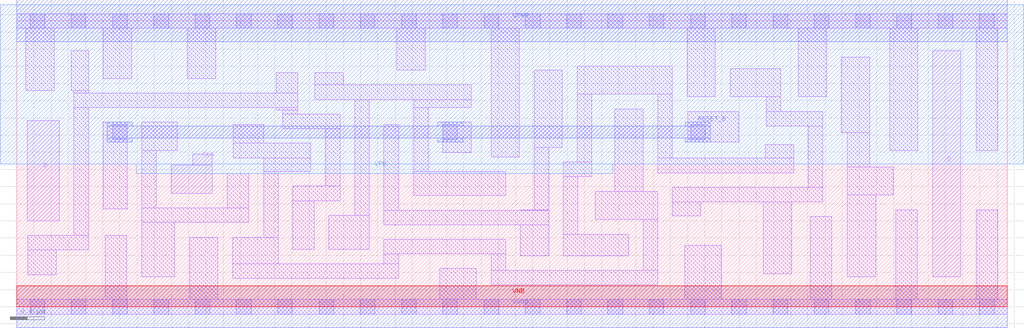
<source format=lef>
# Copyright 2020 The SkyWater PDK Authors
#
# Licensed under the Apache License, Version 2.0 (the "License");
# you may not use this file except in compliance with the License.
# You may obtain a copy of the License at
#
#     https://www.apache.org/licenses/LICENSE-2.0
#
# Unless required by applicable law or agreed to in writing, software
# distributed under the License is distributed on an "AS IS" BASIS,
# WITHOUT WARRANTIES OR CONDITIONS OF ANY KIND, either express or implied.
# See the License for the specific language governing permissions and
# limitations under the License.
#
# SPDX-License-Identifier: Apache-2.0

VERSION 5.7 ;
  NOWIREEXTENSIONATPIN ON ;
  DIVIDERCHAR "/" ;
  BUSBITCHARS "[]" ;
MACRO sky130_fd_sc_hs__dfrtp_2
  CLASS CORE ;
  FOREIGN sky130_fd_sc_hs__dfrtp_2 ;
  ORIGIN  0.000000  0.000000 ;
  SIZE  11.52000 BY  3.330000 ;
  SYMMETRY X Y R90 ;
  SITE unit ;
  PIN D
    ANTENNAGATEAREA  0.126000 ;
    DIRECTION INPUT ;
    USE SIGNAL ;
    PORT
      LAYER li1 ;
        RECT 0.125000 1.000000 0.495000 2.170000 ;
    END
  END D
  PIN Q
    ANTENNADIFFAREA  0.543200 ;
    DIRECTION OUTPUT ;
    USE SIGNAL ;
    PORT
      LAYER li1 ;
        RECT 10.650000 0.350000 10.980000 2.980000 ;
    END
  END Q
  PIN RESET_B
    ANTENNAGATEAREA  0.378000 ;
    DIRECTION INPUT ;
    USE SIGNAL ;
    PORT
      LAYER met1 ;
        RECT 1.055000 1.920000 1.345000 1.965000 ;
        RECT 1.055000 1.965000 8.065000 2.105000 ;
        RECT 1.055000 2.105000 1.345000 2.150000 ;
        RECT 4.895000 1.920000 5.185000 1.965000 ;
        RECT 4.895000 2.105000 5.185000 2.150000 ;
        RECT 7.775000 1.920000 8.065000 1.965000 ;
        RECT 7.775000 2.105000 8.065000 2.150000 ;
    END
  END RESET_B
  PIN CLK
    ANTENNAGATEAREA  0.279000 ;
    DIRECTION INPUT ;
    USE CLOCK ;
    PORT
      LAYER li1 ;
        RECT 1.795000 1.320000 2.275000 1.650000 ;
        RECT 2.045000 1.650000 2.275000 1.780000 ;
    END
  END CLK
  PIN VGND
    DIRECTION INOUT ;
    USE GROUND ;
    PORT
      LAYER met1 ;
        RECT 0.000000 -0.245000 11.520000 0.245000 ;
    END
  END VGND
  PIN VNB
    DIRECTION INOUT ;
    USE GROUND ;
    PORT
      LAYER pwell ;
        RECT 0.000000 0.000000 11.520000 0.245000 ;
    END
  END VNB
  PIN VPB
    DIRECTION INOUT ;
    USE POWER ;
    PORT
      LAYER nwell ;
        RECT -0.190000 1.660000 11.710000 3.520000 ;
        RECT  1.390000 1.555000  6.930000 1.660000 ;
    END
  END VPB
  PIN VPWR
    DIRECTION INOUT ;
    USE POWER ;
    PORT
      LAYER met1 ;
        RECT 0.000000 3.085000 11.520000 3.575000 ;
    END
  END VPWR
  OBS
    LAYER li1 ;
      RECT  0.000000 -0.085000 11.520000 0.085000 ;
      RECT  0.000000  3.245000 11.520000 3.415000 ;
      RECT  0.105000  2.520000  0.435000 3.245000 ;
      RECT  0.130000  0.370000  0.460000 0.660000 ;
      RECT  0.130000  0.660000  0.835000 0.830000 ;
      RECT  0.635000  2.520000  0.835000 2.980000 ;
      RECT  0.665000  0.830000  0.835000 2.320000 ;
      RECT  0.665000  2.320000  3.265000 2.490000 ;
      RECT  0.665000  2.490000  0.835000 2.520000 ;
      RECT  1.005000  1.140000  1.285000 2.150000 ;
      RECT  1.005000  2.660000  1.335000 3.245000 ;
      RECT  1.030000  0.085000  1.280000 0.830000 ;
      RECT  1.455000  0.350000  1.840000 0.980000 ;
      RECT  1.455000  0.980000  2.700000 1.150000 ;
      RECT  1.455000  1.150000  1.625000 1.820000 ;
      RECT  1.455000  1.820000  1.865000 2.150000 ;
      RECT  1.985000  2.660000  2.315000 3.245000 ;
      RECT  2.010000  0.085000  2.340000 0.810000 ;
      RECT  2.445000  1.150000  2.700000 1.550000 ;
      RECT  2.510000  0.330000  4.440000 0.500000 ;
      RECT  2.510000  0.500000  3.040000 0.810000 ;
      RECT  2.515000  1.735000  3.420000 1.905000 ;
      RECT  2.515000  1.905000  2.870000 2.120000 ;
      RECT  2.870000  0.810000  3.040000 1.575000 ;
      RECT  2.870000  1.575000  3.420000 1.735000 ;
      RECT  3.015000  2.290000  3.265000 2.320000 ;
      RECT  3.015000  2.490000  3.265000 2.725000 ;
      RECT  3.095000  2.075000  3.760000 2.245000 ;
      RECT  3.095000  2.245000  3.265000 2.290000 ;
      RECT  3.210000  0.670000  3.460000 1.235000 ;
      RECT  3.210000  1.235000  3.760000 1.405000 ;
      RECT  3.465000  2.415000  5.285000 2.585000 ;
      RECT  3.465000  2.585000  3.795000 2.725000 ;
      RECT  3.590000  1.405000  3.760000 2.075000 ;
      RECT  3.630000  0.670000  4.100000 1.065000 ;
      RECT  3.930000  1.065000  4.100000 2.415000 ;
      RECT  4.270000  0.500000  4.440000 0.615000 ;
      RECT  4.270000  0.615000  5.685000 0.785000 ;
      RECT  4.270000  0.955000  6.185000 1.125000 ;
      RECT  4.270000  1.125000  4.445000 2.125000 ;
      RECT  4.420000  2.755000  4.750000 3.245000 ;
      RECT  4.615000  1.295000  5.685000 1.575000 ;
      RECT  4.615000  1.575000  4.785000 2.320000 ;
      RECT  4.615000  2.320000  5.285000 2.415000 ;
      RECT  4.920000  0.085000  5.345000 0.445000 ;
      RECT  4.955000  1.795000  5.285000 2.150000 ;
      RECT  5.515000  0.255000  7.455000 0.425000 ;
      RECT  5.515000  0.425000  5.685000 0.615000 ;
      RECT  5.515000  1.745000  5.845000 3.245000 ;
      RECT  5.855000  0.595000  6.185000 0.955000 ;
      RECT  5.855000  1.125000  6.185000 1.130000 ;
      RECT  6.015000  1.130000  6.185000 1.855000 ;
      RECT  6.015000  1.855000  6.345000 2.755000 ;
      RECT  6.355000  0.595000  7.115000 0.845000 ;
      RECT  6.355000  0.845000  6.525000 1.515000 ;
      RECT  6.355000  1.515000  6.685000 1.685000 ;
      RECT  6.515000  1.685000  6.685000 2.475000 ;
      RECT  6.515000  2.475000  7.625000 2.805000 ;
      RECT  6.725000  1.015000  7.455000 1.345000 ;
      RECT  6.955000  1.345000  7.285000 2.305000 ;
      RECT  7.285000  0.425000  7.455000 1.015000 ;
      RECT  7.455000  1.560000  9.035000 1.730000 ;
      RECT  7.455000  1.730000  7.625000 2.475000 ;
      RECT  7.625000  1.060000  7.955000 1.220000 ;
      RECT  7.625000  1.220000  9.375000 1.390000 ;
      RECT  7.770000  0.085000  8.190000 0.715000 ;
      RECT  7.795000  2.445000  8.125000 3.245000 ;
      RECT  7.805000  1.920000  8.395000 2.275000 ;
      RECT  8.295000  2.445000  8.885000 2.775000 ;
      RECT  8.680000  0.385000  9.010000 1.220000 ;
      RECT  8.705000  1.730000  9.035000 1.890000 ;
      RECT  8.715000  2.105000  9.375000 2.275000 ;
      RECT  8.715000  2.275000  8.885000 2.445000 ;
      RECT  9.090000  2.445000  9.420000 3.245000 ;
      RECT  9.205000  1.390000  9.375000 2.105000 ;
      RECT  9.230000  0.085000  9.480000 1.050000 ;
      RECT  9.590000  2.030000  9.920000 2.905000 ;
      RECT  9.660000  0.350000  9.990000 1.300000 ;
      RECT  9.660000  1.300000 10.190000 1.630000 ;
      RECT  9.660000  1.630000  9.920000 2.030000 ;
      RECT 10.150000  1.820000 10.480000 3.245000 ;
      RECT 10.220000  0.085000 10.470000 1.130000 ;
      RECT 11.155000  1.820000 11.405000 3.245000 ;
      RECT 11.160000  0.085000 11.410000 1.130000 ;
    LAYER mcon ;
      RECT  0.155000 -0.085000  0.325000 0.085000 ;
      RECT  0.155000  3.245000  0.325000 3.415000 ;
      RECT  0.635000 -0.085000  0.805000 0.085000 ;
      RECT  0.635000  3.245000  0.805000 3.415000 ;
      RECT  1.115000 -0.085000  1.285000 0.085000 ;
      RECT  1.115000  1.950000  1.285000 2.120000 ;
      RECT  1.115000  3.245000  1.285000 3.415000 ;
      RECT  1.595000 -0.085000  1.765000 0.085000 ;
      RECT  1.595000  3.245000  1.765000 3.415000 ;
      RECT  2.075000 -0.085000  2.245000 0.085000 ;
      RECT  2.075000  3.245000  2.245000 3.415000 ;
      RECT  2.555000 -0.085000  2.725000 0.085000 ;
      RECT  2.555000  3.245000  2.725000 3.415000 ;
      RECT  3.035000 -0.085000  3.205000 0.085000 ;
      RECT  3.035000  3.245000  3.205000 3.415000 ;
      RECT  3.515000 -0.085000  3.685000 0.085000 ;
      RECT  3.515000  3.245000  3.685000 3.415000 ;
      RECT  3.995000 -0.085000  4.165000 0.085000 ;
      RECT  3.995000  3.245000  4.165000 3.415000 ;
      RECT  4.475000 -0.085000  4.645000 0.085000 ;
      RECT  4.475000  3.245000  4.645000 3.415000 ;
      RECT  4.955000 -0.085000  5.125000 0.085000 ;
      RECT  4.955000  1.950000  5.125000 2.120000 ;
      RECT  4.955000  3.245000  5.125000 3.415000 ;
      RECT  5.435000 -0.085000  5.605000 0.085000 ;
      RECT  5.435000  3.245000  5.605000 3.415000 ;
      RECT  5.915000 -0.085000  6.085000 0.085000 ;
      RECT  5.915000  3.245000  6.085000 3.415000 ;
      RECT  6.395000 -0.085000  6.565000 0.085000 ;
      RECT  6.395000  3.245000  6.565000 3.415000 ;
      RECT  6.875000 -0.085000  7.045000 0.085000 ;
      RECT  6.875000  3.245000  7.045000 3.415000 ;
      RECT  7.355000 -0.085000  7.525000 0.085000 ;
      RECT  7.355000  3.245000  7.525000 3.415000 ;
      RECT  7.835000 -0.085000  8.005000 0.085000 ;
      RECT  7.835000  1.950000  8.005000 2.120000 ;
      RECT  7.835000  3.245000  8.005000 3.415000 ;
      RECT  8.315000 -0.085000  8.485000 0.085000 ;
      RECT  8.315000  3.245000  8.485000 3.415000 ;
      RECT  8.795000 -0.085000  8.965000 0.085000 ;
      RECT  8.795000  3.245000  8.965000 3.415000 ;
      RECT  9.275000 -0.085000  9.445000 0.085000 ;
      RECT  9.275000  3.245000  9.445000 3.415000 ;
      RECT  9.755000 -0.085000  9.925000 0.085000 ;
      RECT  9.755000  3.245000  9.925000 3.415000 ;
      RECT 10.235000 -0.085000 10.405000 0.085000 ;
      RECT 10.235000  3.245000 10.405000 3.415000 ;
      RECT 10.715000 -0.085000 10.885000 0.085000 ;
      RECT 10.715000  3.245000 10.885000 3.415000 ;
      RECT 11.195000 -0.085000 11.365000 0.085000 ;
      RECT 11.195000  3.245000 11.365000 3.415000 ;
  END
END sky130_fd_sc_hs__dfrtp_2
END LIBRARY

</source>
